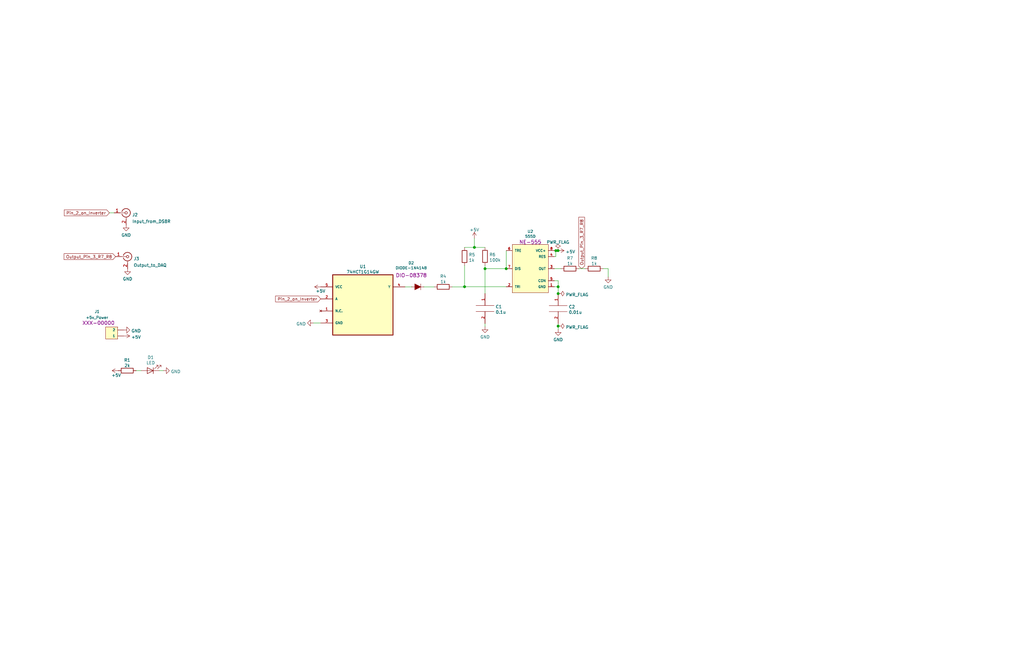
<source format=kicad_sch>
(kicad_sch (version 20210621) (generator eeschema)
  (paper "User" 431.8 279.4)
  (title_block (title "Digitimer Pulsewidth Extender"))
  (lib_symbols
    (symbol "Connector:Conn_Coaxial" (pin_names (offset 1.016) hide)
      (property "Reference" "J" (at 0.254 3.048 0))
      (property "Value" "Conn_Coaxial" (at 2.921 0 90))
      (symbol "Conn_Coaxial_0_1"
        (arc (start -1.778 0.508) (end 1.778 0) (radius (at -0.0508 0) (length 1.8034) (angles 163.6 0)) (stroke (width 0.254)))
        (arc (start 1.778 0) (end -1.778 -0.508) (radius (at -0.0254 0) (length 1.8034) (angles 0 -163.8)) (stroke (width 0.254)))
        (circle (center 0 0) (radius 0.508) (stroke (width 0.2032)))
        (polyline (pts (xy -2.54 0) (xy -0.508 0)))
        (polyline (pts (xy 0 -2.54) (xy 0 -1.778)))
      )
      (symbol "Conn_Coaxial_1_1"
        (pin passive line (at -5.08 0 0) (length 2.54) (name "In") (number "1"))
        (pin passive line (at 0 -5.08 90) (length 2.54) (name "Ext") (number "2"))
      )
    )
    (symbol "Device:LED" (pin_numbers hide) (pin_names (offset 1.016) hide)
      (property "Reference" "D" (at 0 2.54 0))
      (property "Value" "LED" (at 0 -2.54 0))
      (symbol "LED_0_1"
        (polyline (pts (xy -1.27 -1.27) (xy -1.27 1.27)) (stroke (width 0.2032)))
        (polyline (pts (xy -1.27 0) (xy 1.27 0)))
        (polyline (pts (xy 1.27 -1.27) (xy 1.27 1.27) (xy -1.27 0) (xy 1.27 -1.27)) (stroke (width 0.2032)))
        (polyline (pts (xy -3.048 -0.762) (xy -4.572 -2.286) (xy -3.81 -2.286) (xy -4.572 -2.286) (xy -4.572 -1.524)))
        (polyline (pts (xy -1.778 -0.762) (xy -3.302 -2.286) (xy -2.54 -2.286) (xy -3.302 -2.286) (xy -3.302 -1.524)))
      )
      (symbol "LED_1_1"
        (pin passive line (at -3.81 0 0) (length 2.54) (name "K") (number "1"))
        (pin passive line (at 3.81 0 180) (length 2.54) (name "A") (number "2"))
      )
    )
    (symbol "Device:R" (pin_numbers hide) (pin_names (offset 0))
      (property "Reference" "R" (at 2.032 0 90))
      (property "Value" "R" (at 0 0 90))
      (symbol "R_0_1"
        (rectangle (start -1.016 -2.54) (end 1.016 2.54) (stroke (width 0.254)))
      )
      (symbol "R_1_1"
        (pin passive line (at 0 3.81 270) (length 1.27) (name "~") (number "1"))
        (pin passive line (at 0 -3.81 90) (length 1.27) (name "~") (number "2"))
      )
    )
    (symbol "Logic:74HCT1G14GW" (pin_names (offset 1.016))
      (property "Reference" "U" (at -5.0546 12.6746 0))
      (property "Value" "74HCT1G14GW" (at -3.8862 -19.6088 0))
      (symbol "74HCT1G14GW_0_0"
        (rectangle (start -12.7 -15.24) (end 12.7 10.16) (stroke (width 0.4064)) (fill (type background)))
        (pin no_connect line (at -17.78 -5.08 0) (length 5.08) (name "N.C.") (number "1"))
        (pin input line (at -17.78 0 0) (length 5.08) (name "A") (number "2"))
        (pin passive line (at -17.78 -10.16 0) (length 5.08) (name "GND") (number "3"))
        (pin output line (at 17.78 5.08 180) (length 5.08) (name "Y") (number "4"))
        (pin power_in line (at -17.78 5.08 0) (length 5.08) (name "VCC") (number "5"))
      )
    )
    (symbol "SparkFun-Connectors:CONN_02LOCK" (pin_numbers hide) (pin_names (offset 1.016))
      (property "Reference" "J" (at -5.08 5.08 0))
      (property "Value" "CONN_02LOCK" (at -5.08 -3.81 0))
      (property "Field4" "XXX-00000" (at 0 8.89 0))
      (symbol "CONN_02LOCK_1_0"
        (rectangle (start 0 -1.27) (end -5.08 3.81) (fill (type background)))
      )
      (symbol "CONN_02LOCK_1_1"
        (pin passive line (at 2.54 0 180) (length 2.54) (name "1") (number "1"))
        (pin passive line (at 2.54 2.54 180) (length 2.54) (name "2") (number "2"))
      )
    )
    (symbol "SparkFun-DiscreteSemi:DIODE-1N4148" (pin_numbers hide) (pin_names (offset 1.016) hide)
      (property "Reference" "D" (at -2.54 2.54 0))
      (property "Value" "DIODE-1N4148" (at -2.54 -3.81 0))
      (property "Field4" "DIO-08378" (at 0 6.35 0))
      (symbol "DIODE-1N4148_1_0"
        (polyline (pts (xy -2.54 0) (xy -1.27 0)))
        (polyline (pts (xy 1.27 0) (xy 1.27 -1.27)))
        (polyline (pts (xy 1.27 1.27) (xy 1.27 0)))
        (polyline (pts (xy 2.54 0) (xy 1.27 0)))
      )
      (symbol "DIODE-1N4148_1_1"
        (polyline (pts (xy -1.27 1.27) (xy 1.27 0) (xy 1.27 0) (xy -1.27 -1.27) (xy -1.27 -1.27) (xy -1.27 1.27)) (fill (type outline)))
        (pin passive line (at -2.54 0 0) (length 0) (name "A") (number "A"))
        (pin passive line (at 2.54 0 180) (length 0) (name "C") (number "C"))
      )
    )
    (symbol "SparkFun-IC-Special-Function:555D" (pin_names (offset 1.016))
      (property "Reference" "U1" (at 0 15.7116 0))
      (property "Value" "555D" (at 0 13.6174 0))
      (property "Field4" "NE-555" (at 0 11.2165 0))
      (symbol "555D_1_1"
        (polyline (pts (xy -7.62 10.16) (xy -7.62 -10.16) (xy 7.62 -10.16) (xy 7.62 10.16) (xy -7.62 10.16)) (fill (type background)))
        (pin power_in line (at 10.16 -7.62 180) (length 2.54) (name "GND") (number "1"))
        (pin input line (at -10.16 -7.62 0) (length 2.54) (name "TRI") (number "2"))
        (pin output line (at 10.16 0 180) (length 2.54) (name "OUT") (number "3"))
        (pin input line (at 10.16 5.08 180) (length 2.54) (name "RES") (number "4"))
        (pin input line (at 10.16 -5.08 180) (length 2.54) (name "CON") (number "5"))
        (pin input line (at -10.16 7.62 0) (length 2.54) (name "TRE") (number "6"))
        (pin input line (at -10.16 0 0) (length 2.54) (name "DIS") (number "7"))
        (pin power_in line (at 10.16 7.62 180) (length 2.54) (name "VCC+") (number "8"))
      )
    )
    (symbol "power:+5V" (power) (pin_names (offset 0))
      (property "Value" "+5V" (at 0 3.556 0))
      (symbol "+5V_0_1"
        (polyline (pts (xy -0.762 1.27) (xy 0 2.54)))
        (polyline (pts (xy 0 0) (xy 0 2.54)))
        (polyline (pts (xy 0 2.54) (xy 0.762 1.27)))
      )
      (symbol "+5V_1_1"
        (pin power_in line (at 0 0 90) (length 0) hide (name "+5V") (number "1"))
      )
    )
    (symbol "power:GND" (power) (pin_names (offset 0))
      (property "Value" "GND" (at 0 -3.81 0))
      (symbol "GND_0_1"
        (polyline (pts (xy 0 0) (xy 0 -1.27) (xy 1.27 -1.27) (xy 0 -2.54) (xy -1.27 -1.27) (xy 0 -1.27)))
      )
      (symbol "GND_1_1"
        (pin power_in line (at 0 0 270) (length 0) hide (name "GND") (number "1"))
      )
    )
    (symbol "power:PWR_FLAG" (power) (pin_numbers hide) (pin_names (offset 0) hide)
      (property "Value" "PWR_FLAG" (at 0 3.81 0))
      (symbol "PWR_FLAG_0_0"
        (pin power_out line (at 0 0 90) (length 0) (name "pwr") (number "1"))
      )
      (symbol "PWR_FLAG_0_1"
        (polyline (pts (xy 0 0) (xy 0 1.27) (xy -1.016 1.905) (xy 0 2.54) (xy 1.016 1.905) (xy 0 1.27)))
      )
    )
    (symbol "pspice:C" (pin_names (offset 0.254))
      (property "Reference" "C" (at 2.54 3.81 90))
      (property "Value" "C" (at 2.54 -3.81 90))
      (symbol "C_0_1"
        (polyline (pts (xy -3.81 -1.27) (xy 3.81 -1.27)))
        (polyline (pts (xy -3.81 1.27) (xy 3.81 1.27)))
      )
      (symbol "C_1_1"
        (pin passive line (at 0 6.35 270) (length 5.08) (name "~") (number "1"))
        (pin passive line (at 0 -6.35 90) (length 5.08) (name "~") (number "2"))
      )
    )
  )
  (junction (at 195.8848 121.0056) (diameter 1.016))
  (junction (at 200.0504 104.394) (diameter 1.016))
  (junction (at 204.5208 113.3856) (diameter 1.016))
  (junction (at 213.4616 113.3856) (diameter 1.016))
  (junction (at 234.3912 105.7656) (diameter 1.016))
  (junction (at 235.3056 105.7656) (diameter 1.016))
  (junction (at 235.3564 121.0056) (diameter 1.016))
  (junction (at 235.3564 123.9012) (diameter 1.016))
  (junction (at 235.3564 137.6172) (diameter 1.016))
  (wire (pts (xy 46.1264 89.8144) (xy 48.1076 89.8144)))
  (wire (pts (xy 57.4548 156.4132) (xy 59.5376 156.4132)))
  (wire (pts (xy 67.1576 156.4132) (xy 68.8848 156.4132)))
  (wire (pts (xy 132.1816 136.2964) (xy 135.2296 136.2964)))
  (wire (pts (xy 170.7896 121.0564) (xy 173.6344 121.0564)))
  (wire (pts (xy 178.7144 121.0564) (xy 183.0832 121.0564)))
  (wire (pts (xy 190.7032 121.0564) (xy 195.8848 121.0564)))
  (wire (pts (xy 195.8848 104.394) (xy 195.8848 104.4448)))
  (wire (pts (xy 195.8848 112.0648) (xy 195.8848 121.0056)))
  (wire (pts (xy 195.8848 121.0056) (xy 195.8848 121.0564)))
  (wire (pts (xy 195.8848 121.0056) (xy 213.4616 121.0056)))
  (wire (pts (xy 200.0504 100.584) (xy 200.0504 104.394)))
  (wire (pts (xy 200.0504 104.394) (xy 195.8848 104.394)))
  (wire (pts (xy 204.5208 104.394) (xy 200.0504 104.394)))
  (wire (pts (xy 204.5208 113.3856) (xy 204.5208 112.014)))
  (wire (pts (xy 204.5208 113.3856) (xy 204.5208 123.8504)))
  (wire (pts (xy 204.5208 136.5504) (xy 204.5208 137.8712)))
  (wire (pts (xy 213.4616 105.7656) (xy 213.4616 113.3856)))
  (wire (pts (xy 213.4616 113.3856) (xy 204.5208 113.3856)))
  (wire (pts (xy 233.7816 105.7656) (xy 234.3912 105.7656)))
  (wire (pts (xy 233.7816 108.3056) (xy 234.3912 108.3056)))
  (wire (pts (xy 233.7816 113.3856) (xy 236.5248 113.3856)))
  (wire (pts (xy 233.7816 118.4656) (xy 235.3564 118.4656)))
  (wire (pts (xy 234.3912 105.7656) (xy 235.3056 105.7656)))
  (wire (pts (xy 234.3912 108.3056) (xy 234.3912 105.7656)))
  (wire (pts (xy 235.3564 118.4656) (xy 235.3564 121.0056)))
  (wire (pts (xy 235.3564 121.0056) (xy 233.7816 121.0056)))
  (wire (pts (xy 235.3564 123.9012) (xy 235.3564 121.0056)))
  (wire (pts (xy 235.3564 136.6012) (xy 235.3564 137.6172)))
  (wire (pts (xy 235.3564 137.6172) (xy 235.3564 139.0396)))
  (wire (pts (xy 244.1448 113.3856) (xy 246.7356 113.3856)))
  (wire (pts (xy 254.3556 113.3856) (xy 256.4384 113.3856)))
  (wire (pts (xy 256.4384 113.3856) (xy 256.4384 116.84)))
  (global_label "Pin_2_on_Inverter" (shape input) (at 46.1264 89.8144 180) (property "Intersheet References" "${INTERSHEET_REFS}" (effects hide)))
  (global_label "Output_Pin_3_R7_R8" (shape input) (at 48.7172 108.3056 180) (property "Intersheet References" "${INTERSHEET_REFS}" (effects hide)))
  (global_label "Pin_2_on_Inverter" (shape input) (at 135.2296 126.1364 180) (property "Intersheet References" "${INTERSHEET_REFS}" (effects hide)))
  (global_label "Output_Pin_3_R7_R8" (shape input) (at 245.2624 113.3856 90) (property "Intersheet References" "${INTERSHEET_REFS}" (effects hide)))
  (symbol (lib_id "power:+5V") (at 49.8348 156.4132 90) (unit 1)
    (property "Reference" "#PWR0105" (effects hide))
    (property "Value" "+5V" (at 46.9901 158.3654 90) (effects (justify right)))
  )
  (symbol (lib_id "power:+5V") (at 52.1716 141.7828 270) (unit 1)
    (property "Reference" "#PWR0104" (effects hide))
    (property "Value" "+5V" (at 55.3467 142.2618 90) (effects (justify left)))
  )
  (symbol (lib_id "power:+5V") (at 135.2296 121.0564 90) (unit 1)
    (property "Reference" "#PWR0103" (effects hide))
    (property "Value" "+5V" (at 133.1469 122.8054 90) (effects (justify right)))
  )
  (symbol (lib_id "power:+5V") (at 200.0504 100.584 0) (unit 1)
    (property "Reference" "#PWR0102" (effects hide))
    (property "Value" "+5V" (at 200.0504 96.9794 0))
  )
  (symbol (lib_id "power:+5V") (at 235.3056 105.7656 270) (unit 1)
    (property "Reference" "#PWR0101" (effects hide))
    (property "Value" "+5V" (at 238.4807 106.2446 90) (effects (justify left)))
  )
  (symbol (lib_id "power:PWR_FLAG") (at 235.3056 105.7656 0) (unit 1)
    (property "Reference" "#FLG02" (effects hide))
    (property "Value" "PWR_FLAG" (at 235.3056 102.2182 0))
  )
  (symbol (lib_id "power:PWR_FLAG") (at 235.3564 123.9012 270) (unit 1)
    (property "Reference" "#FLG0102" (effects hide))
    (property "Value" "PWR_FLAG" (at 238.5315 124.3802 90) (effects (justify left)))
  )
  (symbol (lib_id "power:PWR_FLAG") (at 235.3564 137.6172 270) (unit 1)
    (property "Reference" "#FLG0101" (effects hide))
    (property "Value" "PWR_FLAG" (at 238.5315 138.0962 90) (effects (justify left)))
  )
  (symbol (lib_id "power:GND") (at 52.1716 139.2428 90) (unit 1)
    (property "Reference" "#PWR03" (effects hide))
    (property "Value" "GND" (at 55.3467 139.6313 90) (effects (justify right)))
  )
  (symbol (lib_id "power:GND") (at 53.1876 94.8944 0) (unit 1)
    (property "Reference" "#PWR01" (effects hide))
    (property "Value" "GND" (at 53.1876 99.2188 0))
  )
  (symbol (lib_id "power:GND") (at 53.7972 113.3856 0) (unit 1)
    (property "Reference" "#PWR02" (effects hide))
    (property "Value" "GND" (at 53.7972 117.71 0))
  )
  (symbol (lib_id "power:GND") (at 68.8848 156.4132 90) (unit 1)
    (property "Reference" "#PWR04" (effects hide))
    (property "Value" "GND" (at 72.0599 156.8017 90) (effects (justify right)))
  )
  (symbol (lib_id "power:GND") (at 132.1816 136.2964 270) (unit 1)
    (property "Reference" "#PWR06" (effects hide))
    (property "Value" "GND" (at 129.0066 136.6849 90) (effects (justify right)))
  )
  (symbol (lib_id "power:GND") (at 204.5208 137.8712 0) (unit 1)
    (property "Reference" "#PWR07" (effects hide))
    (property "Value" "GND" (at 204.5208 142.1956 0))
  )
  (symbol (lib_id "power:GND") (at 235.3564 139.0396 0) (unit 1)
    (property "Reference" "#PWR08" (effects hide))
    (property "Value" "GND" (at 235.3564 143.364 0))
  )
  (symbol (lib_id "power:GND") (at 256.4384 116.84 0) (unit 1)
    (property "Reference" "#PWR09" (effects hide))
    (property "Value" "GND" (at 256.4384 121.1644 0))
  )
  (symbol (lib_id "SparkFun-DiscreteSemi:DIODE-1N4148") (at 176.1744 121.0564 0) (unit 1)
    (property "Reference" "D2" (at 173.3696 110.9836 0) (effects (font (size 1.143 1.143))))
    (property "Value" "DIODE-1N4148" (at 173.3696 113.0778 0) (effects (font (size 1.143 1.143))))
    (property "Footprint" "Diode_SMD:D_0603_1608Metric" (effects hide))
    (property "Field4" "DIO-08378" (at 173.4204 116.1899 0) (effects (font (size 1.524 1.524))))
  )
  (symbol (lib_id "Device:R") (at 53.6448 156.4132 90) (unit 1)
    (property "Reference" "R1" (at 53.6448 151.964 90))
    (property "Value" "2k" (at 53.6448 154.2627 90))
    (property "Footprint" "Resistor_SMD:R_0603_1608Metric" (effects hide))
  )
  (symbol (lib_id "Device:R") (at 186.8932 121.0564 90) (unit 1)
    (property "Reference" "R4" (at 186.8932 116.6072 90))
    (property "Value" "1k" (at 186.8932 118.9059 90))
    (property "Footprint" "Resistor_SMD:R_0603_1608Metric" (effects hide))
  )
  (symbol (lib_id "Device:R") (at 195.8848 108.2548 0) (unit 1)
    (property "Reference" "R5" (at 197.6629 107.4939 0) (effects (justify left)))
    (property "Value" "1k" (at 197.6629 109.7926 0) (effects (justify left)))
    (property "Footprint" "Resistor_SMD:R_0603_1608Metric" (effects hide))
  )
  (symbol (lib_id "Device:R") (at 204.5208 108.204 0) (unit 1)
    (property "Reference" "R6" (at 206.2989 107.4431 0) (effects (justify left)))
    (property "Value" "100k" (at 206.2989 109.7418 0) (effects (justify left)))
    (property "Footprint" "Resistor_SMD:R_0603_1608Metric" (effects hide))
  )
  (symbol (lib_id "Device:R") (at 240.3348 113.3856 90) (unit 1)
    (property "Reference" "R7" (at 240.3348 108.9364 90))
    (property "Value" "1k" (at 240.3348 111.2351 90))
    (property "Footprint" "Resistor_SMD:R_0603_1608Metric" (effects hide))
  )
  (symbol (lib_id "Device:R") (at 250.5456 113.3856 90) (unit 1)
    (property "Reference" "R8" (at 250.5456 108.9364 90))
    (property "Value" "1k" (at 250.5456 111.2351 90))
    (property "Footprint" "Resistor_SMD:R_0603_1608Metric" (effects hide))
  )
  (symbol (lib_id "Device:LED") (at 63.3476 156.4132 180) (unit 1)
    (property "Reference" "D1" (at 63.5381 150.821 0))
    (property "Value" "LED" (at 63.5381 153.1197 0))
    (property "Footprint" "Connector_Molex:Molex_KK-254_AE-6410-02A_1x02_P2.54mm_Vertical" (effects hide))
  )
  (symbol (lib_id "SparkFun-Connectors:CONN_02LOCK") (at 49.6316 141.7828 0) (unit 1)
    (property "Reference" "J1" (at 40.9321 131.4749 0) (effects (font (size 1.143 1.143))))
    (property "Value" "+5v_Power" (at 40.9321 133.9977 0) (effects (font (size 1.143 1.143))))
    (property "Footprint" "1X02_LOCK" (effects hide))
    (property "Field4" "XXX-00000" (at 41.5417 136.289 0) (effects (font (size 1.524 1.524))))
  )
  (symbol (lib_id "Connector:Conn_Coaxial") (at 53.1876 89.8144 0) (unit 1)
    (property "Reference" "J2" (at 55.7277 90.6712 0) (effects (justify left)))
    (property "Value" "Input_from_DS8R" (at 55.7277 93.4463 0) (effects (justify left)))
    (property "Footprint" "Connector_Coaxial:031543110RFX" (effects hide))
    (property "Datasheet" " ~" (effects hide))
  )
  (symbol (lib_id "Connector:Conn_Coaxial") (at 53.7972 108.3056 0) (unit 1)
    (property "Reference" "J3" (at 56.3373 109.1624 0) (effects (justify left)))
    (property "Value" "Output_to_DAQ" (at 56.3373 111.9375 0) (effects (justify left)))
    (property "Footprint" "Connector_Coaxial:031543110RFX" (effects hide))
    (property "Datasheet" " ~" (effects hide))
  )
  (symbol (lib_id "pspice:C") (at 204.5208 130.2004 0) (unit 1)
    (property "Reference" "C1" (at 208.9659 129.4395 0) (effects (justify left)))
    (property "Value" "0.1u" (at 208.9659 131.7382 0) (effects (justify left)))
    (property "Footprint" "Capacitor_SMD:C_0603_1608Metric" (effects hide))
  )
  (symbol (lib_id "pspice:C") (at 235.3564 130.2512 0) (unit 1)
    (property "Reference" "C2" (at 239.8015 129.4903 0) (effects (justify left)))
    (property "Value" "0.01u" (at 239.8015 131.789 0) (effects (justify left)))
    (property "Footprint" "Capacitor_SMD:C_0603_1608Metric" (effects hide))
  )
  (symbol (lib_id "SparkFun-IC-Special-Function:555D") (at 223.6216 113.3856 0) (unit 1)
    (property "Reference" "U2" (at 223.6216 97.674 0) (effects (font (size 1.143 1.143))))
    (property "Value" "555D" (at 223.6216 99.7682 0) (effects (font (size 1.143 1.143))))
    (property "Footprint" "SparkfunSilicon-Standard:SOIC-8" (effects hide))
    (property "Field4" "NE-555" (at 223.6216 102.1691 0) (effects (font (size 1.524 1.524))))
  )
  (symbol (lib_id "Logic:74HCT1G14GW") (at 153.0096 126.1364 0) (unit 1)
    (property "Reference" "U1" (at 153.0096 112.467 0))
    (property "Value" "74HCT1G14GW" (at 153.0096 114.7657 0))
    (property "Footprint" "Inverter:SOT65P210X110-5N" (effects hide))
    (property "PACKAGE" "SOT-5" (effects hide))
    (property "MPN" "74HCT1G14GW" (effects hide))
    (property "OC_NEWARK" "99K0543" (effects hide))
    (property "OC_FARNELL" "1085264" (effects hide))
    (property "SUPPLIER" "NXP" (effects hide))
  )
)
</source>
